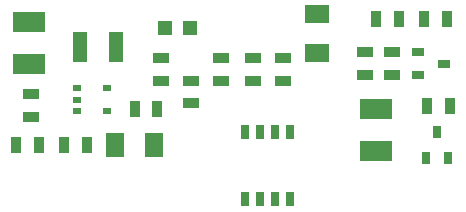
<source format=gtp>
G04 (created by PCBNEW (2013-05-31 BZR 4019)-stable) date 16/09/2013 19:50:50*
%MOIN*%
G04 Gerber Fmt 3.4, Leading zero omitted, Abs format*
%FSLAX34Y34*%
G01*
G70*
G90*
G04 APERTURE LIST*
%ADD10C,0.00590551*%
%ADD11R,0.025X0.05*%
%ADD12R,0.11X0.07*%
%ADD13R,0.055X0.035*%
%ADD14R,0.035X0.055*%
%ADD15R,0.03X0.02*%
%ADD16R,0.08X0.06*%
%ADD17R,0.06X0.08*%
%ADD18R,0.0394X0.0315*%
%ADD19R,0.0472X0.0472*%
%ADD20R,0.0315X0.0394*%
%ADD21R,0.05X0.1*%
G04 APERTURE END LIST*
G54D10*
G54D11*
X52850Y-43327D03*
X53350Y-43327D03*
X53850Y-43327D03*
X54350Y-43327D03*
X53850Y-41075D03*
X54350Y-41075D03*
X53350Y-41075D03*
X52850Y-41075D03*
G54D12*
X57200Y-41700D03*
X57200Y-40300D03*
G54D13*
X57750Y-39175D03*
X57750Y-38425D03*
X56850Y-38425D03*
X56850Y-39175D03*
G54D14*
X57225Y-37300D03*
X57975Y-37300D03*
X58825Y-37300D03*
X59575Y-37300D03*
G54D13*
X54100Y-39375D03*
X54100Y-38625D03*
G54D15*
X47250Y-39625D03*
X47250Y-40375D03*
X48250Y-39625D03*
X47250Y-40000D03*
X48250Y-40375D03*
G54D14*
X47575Y-41500D03*
X46825Y-41500D03*
G54D16*
X55250Y-37150D03*
X55250Y-38450D03*
G54D13*
X52050Y-39375D03*
X52050Y-38625D03*
G54D14*
X45975Y-41500D03*
X45225Y-41500D03*
G54D17*
X48500Y-41500D03*
X49800Y-41500D03*
G54D14*
X49175Y-40300D03*
X49925Y-40300D03*
G54D18*
X59483Y-38800D03*
X58617Y-39175D03*
X58617Y-38425D03*
G54D12*
X45650Y-38800D03*
X45650Y-37400D03*
G54D13*
X45700Y-40575D03*
X45700Y-39825D03*
X51050Y-39375D03*
X51050Y-40125D03*
X53100Y-38625D03*
X53100Y-39375D03*
X50050Y-39375D03*
X50050Y-38625D03*
G54D19*
X50187Y-37600D03*
X51013Y-37600D03*
G54D14*
X58925Y-40200D03*
X59675Y-40200D03*
G54D20*
X59250Y-41067D03*
X59625Y-41933D03*
X58875Y-41933D03*
G54D21*
X47350Y-38250D03*
X48550Y-38250D03*
M02*

</source>
